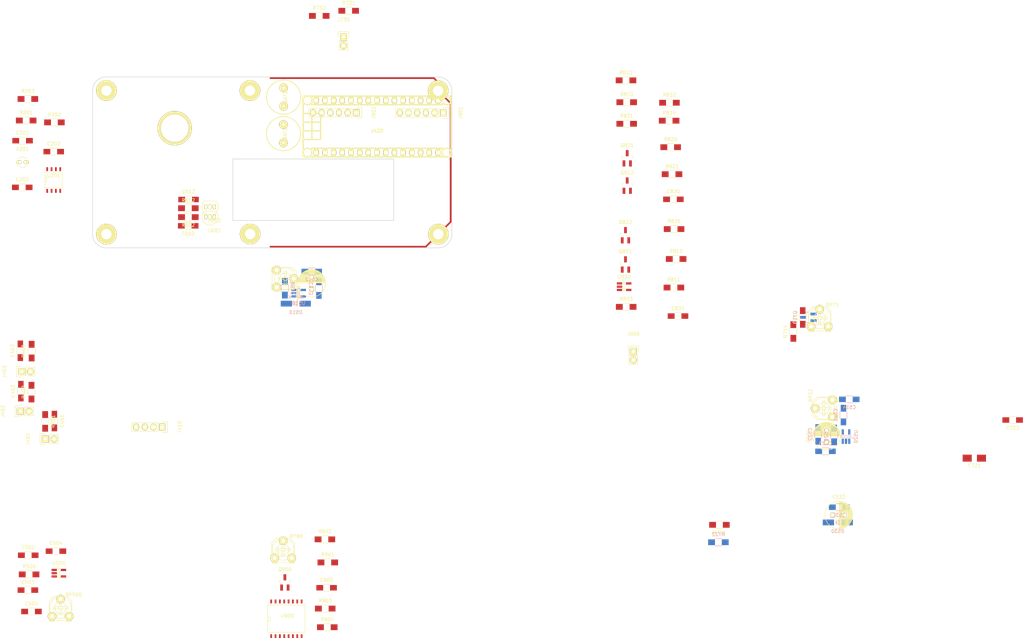
<source format=kicad_pcb>
(kicad_pcb (version 4) (host pcbnew 4.0.2-stable)
  (layers (0 F.Cu signal) (31 B.Cu signal) (34 B.Paste user) (35 F.Paste user) (36 B.SilkS user) (37 F.SilkS user) (38 B.Mask user) (39 F.Mask user) (44 Edge.Cuts user))
  (net 0 "")
  (net 1 "Net-(BAT1-Pad1)")
  (net 2 "Net-(BAT1-Pad2)")
  (net 3 GND)
  (net 4 "Net-(C201-Pad1)")
  (net 5 "Net-(C202-Pad1)")
  (net 6 V_rtc)
  (net 7 BP1)
  (net 8 BP2)
  (net 9 BP3)
  (net 10 V_sol)
  (net 11 "Net-(C503-Pad1)")
  (net 12 V_bat)
  (net 13 "Net-(C511-Pad1)")
  (net 14 "Net-(C513-Pad1)")
  (net 15 VCC)
  (net 16 "Net-(C522-Pad1)")
  (net 17 VPP)
  (net 18 quadA)
  (net 19 quadB)
  (net 20 V_ref)
  (net 21 M_imot)
  (net 22 SDA)
  (net 23 SCL)
  (net 24 alarm)
  (net 25 C_bkw)
  (net 26 C_frw)
  (net 27 charge_OFF)
  (net 28 M_bat)
  (net 29 M_sol)
  (net 30 mot_A)
  (net 31 mot_B)
  (net 32 "Net-(J901-Pad3)")
  (net 33 "Net-(J901-Pad4)")
  (net 34 "Net-(J901-Pad5)")
  (net 35 "Net-(J901-Pad6)")
  (net 36 "Net-(J902-Pad1)")
  (net 37 "Net-(J902-Pad2)")
  (net 38 "Net-(J902-Pad3)")
  (net 39 "Net-(J902-Pad4)")
  (net 40 "Net-(J902-Pad6)")
  (net 41 "Net-(Q811-Pad1)")
  (net 42 "Net-(Q811-Pad2)")
  (net 43 "Net-(Q812-Pad1)")
  (net 44 "Net-(Q821-Pad1)")
  (net 45 "Net-(Q822-Pad1)")
  (net 46 "Net-(Q900-Pad1)")
  (net 47 "Net-(R510-Pad2)")
  (net 48 VppEn)
  (net 49 "Net-(R831-Pad2)")
  (net 50 "Net-(R832-Pad2)")
  (net 51 "Net-(R833-Pad1)")
  (net 52 "Net-(R901-Pad1)")
  (net 53 "Net-(R902-Pad1)")
  (net 54 "Net-(RP71-Pad2)")
  (module gdi:3mmPTH (layer F.Cu) (at 51.45 30.8)
    (fp_text reference H1 (at 0 0.5) (layer F.SilkS))
    (fp_text value hole)
    (pad 1 thru_hole circle (at 0 0) (size 6 6) (drill 3) (layers *.Cu *.Mask F.SilkS) (net 3 GND))
  )
  (module gdi:HFC1025 (layer F.Cu) (at 103.2 43.4 90)
    (fp_text reference BAT1 (at 0 0.5 90) (layer F.SilkS))
    (fp_text value BAT)
    (pad 1 thru_hole circle (at -2.7 0 90) (size 2.5 2.5) (drill 0.8) (layers *.Cu *.Mask F.SilkS) (net 1 "Net-(BAT1-Pad1)"))
    (pad 2 thru_hole circle (at 2.7 0 90) (size 2.5 2.5) (drill 0.8) (layers *.Cu *.Mask F.SilkS) (net 2 "Net-(BAT1-Pad2)"))
  )
  (module gdi:HFC1025 (layer F.Cu) (at 103.25 32.7 90)
    (fp_text reference BAT2 (at 0 0.5 90) (layer F.SilkS))
    (fp_text value BAT)
    (pad 1 thru_hole circle (at -2.7 0 90) (size 2.5 2.5) (drill 0.8) (layers *.Cu *.Mask F.SilkS) (net 2 "Net-(BAT1-Pad2)"))
    (pad 2 thru_hole circle (at 2.7 0 90) (size 2.5 2.5) (drill 0.8) (layers *.Cu *.Mask F.SilkS) (net 3 GND))
  )
  (module Capacitors_SMD:C_1206_HandSoldering (layer F.Cu) (at 26.95 45.45)
    (fp_text reference C201 (at 0 -2.3) (layer F.SilkS))
    (fp_text value 10p)
    (pad 1 smd rect (at -2 0) (size 2 1.6) (layers F.Cu F.Paste F.Mask) (net 4 "Net-(C201-Pad1)"))
    (pad 2 smd rect (at 2 0) (size 2 1.6) (layers F.Cu F.Paste F.Mask) (net 3 GND))
  )
  (module Capacitors_SMD:C_1206_HandSoldering (layer F.Cu) (at 36.05 48.65)
    (fp_text reference C202 (at 0 -2.3) (layer F.SilkS))
    (fp_text value 10p)
    (pad 1 smd rect (at -2 0) (size 2 1.6) (layers F.Cu F.Paste F.Mask) (net 5 "Net-(C202-Pad1)"))
    (pad 2 smd rect (at 2 0) (size 2 1.6) (layers F.Cu F.Paste F.Mask) (net 3 GND))
  )
  (module Capacitors_SMD:C_1206_HandSoldering (layer F.Cu) (at 26.85 59.1)
    (fp_text reference C203 (at 0 -2.3) (layer F.SilkS))
    (fp_text value 10n)
    (pad 1 smd rect (at -2 0) (size 2 1.6) (layers F.Cu F.Paste F.Mask) (net 6 V_rtc))
    (pad 2 smd rect (at 2 0) (size 2 1.6) (layers F.Cu F.Paste F.Mask) (net 3 GND))
  )
  (module Capacitors_SMD:C_1206_HandSoldering (layer F.Cu) (at 36.25 127.45 270)
    (fp_text reference C401 (at 0 -2.3 270) (layer F.SilkS))
    (fp_text value 10n)
    (pad 1 smd rect (at -2 0 270) (size 2 1.6) (layers F.Cu F.Paste F.Mask) (net 7 BP1))
    (pad 2 smd rect (at 2 0 270) (size 2 1.6) (layers F.Cu F.Paste F.Mask) (net 3 GND))
  )
  (module Capacitors_SMD:C_1206_HandSoldering (layer F.Cu) (at 26.45 118.7 90)
    (fp_text reference C402 (at 0 -2.3 90) (layer F.SilkS))
    (fp_text value 10n)
    (pad 1 smd rect (at -2 0 90) (size 2 1.6) (layers F.Cu F.Paste F.Mask) (net 8 BP2))
    (pad 2 smd rect (at 2 0 90) (size 2 1.6) (layers F.Cu F.Paste F.Mask) (net 3 GND))
  )
  (module Capacitors_SMD:C_1206_HandSoldering (layer F.Cu) (at 26.3 106.9 90)
    (fp_text reference C403 (at 0 -2.3 90) (layer F.SilkS))
    (fp_text value 10n)
    (pad 1 smd rect (at -2 0 90) (size 2 1.6) (layers F.Cu F.Paste F.Mask) (net 9 BP3))
    (pad 2 smd rect (at 2 0 90) (size 2 1.6) (layers F.Cu F.Paste F.Mask) (net 3 GND))
  )
  (module Capacitors_SMD:C_1206_HandSoldering (layer F.Cu) (at 28.6 166.7)
    (fp_text reference C501 (at 0 -2.3) (layer F.SilkS))
    (fp_text value 10uF)
    (pad 1 smd rect (at -2 0) (size 2 1.6) (layers F.Cu F.Paste F.Mask) (net 10 V_sol))
    (pad 2 smd rect (at 2 0) (size 2 1.6) (layers F.Cu F.Paste F.Mask) (net 3 GND))
  )
  (module Capacitors_SMD:C_1206_HandSoldering (layer F.Cu) (at 29.55 183.15)
    (fp_text reference C502 (at 0 -2.3) (layer F.SilkS))
    (fp_text value 10n)
    (pad 1 smd rect (at -2 0) (size 2 1.6) (layers F.Cu F.Paste F.Mask) (net 10 V_sol))
    (pad 2 smd rect (at 2 0) (size 2 1.6) (layers F.Cu F.Paste F.Mask) (net 3 GND))
  )
  (module Capacitors_SMD:C_1206_HandSoldering (layer F.Cu) (at 28.5 176.9)
    (fp_text reference C503 (at 0 -2.3) (layer F.SilkS))
    (fp_text value 10n)
    (pad 1 smd rect (at -2 0) (size 2 1.6) (layers F.Cu F.Paste F.Mask) (net 11 "Net-(C503-Pad1)"))
    (pad 2 smd rect (at 2 0) (size 2 1.6) (layers F.Cu F.Paste F.Mask) (net 3 GND))
  )
  (module Capacitors_SMD:C_1206_HandSoldering (layer F.Cu) (at 36.7 165.5)
    (fp_text reference C504 (at 0 -2.3) (layer F.SilkS))
    (fp_text value 10uF)
    (pad 1 smd rect (at -2 0) (size 2 1.6) (layers F.Cu F.Paste F.Mask) (net 12 V_bat))
    (pad 2 smd rect (at 2 0) (size 2 1.6) (layers F.Cu F.Paste F.Mask) (net 3 GND))
  )
  (module Capacitors_ThroughHole:C_Radial_D8_L11.5_P3.5 (layer F.Cu) (at 111.45 88.9 90)
    (fp_text reference C511 (at 1.75 -5.3 90) (layer F.SilkS))
    (fp_text value 470uF)
    (pad 2 thru_hole circle (at 3.5 0 90) (size 1.3 1.3) (drill 0.8) (layers *.Cu *.Mask F.SilkS) (net 3 GND))
    (pad 1 thru_hole rect (at 0 0 90) (size 1.3 1.3) (drill 0.8) (layers *.Cu *.Mask F.SilkS) (net 13 "Net-(C511-Pad1)"))
  )
  (module Capacitors_SMD:C_1206_HandSoldering (layer B.Cu) (at 111.45 83.7)
    (fp_text reference C512 (at 0 2.3) (layer B.SilkS) (effects (justify mirror)))
    (fp_text value 10uF)
    (pad 1 smd rect (at -2 0) (size 2 1.6) (layers B.Cu B.Paste B.Mask) (net 13 "Net-(C511-Pad1)"))
    (pad 2 smd rect (at 2 0) (size 2 1.6) (layers B.Cu B.Paste B.Mask) (net 3 GND))
  )
  (module Capacitors_SMD:C_1206_HandSoldering (layer B.Cu) (at 113.55 88.7 270)
    (fp_text reference C513 (at 0 2.3 270) (layer B.SilkS) (effects (justify mirror)))
    (fp_text value 10n)
    (pad 1 smd rect (at -2 0 270) (size 2 1.6) (layers B.Cu B.Paste B.Mask) (net 14 "Net-(C513-Pad1)"))
    (pad 2 smd rect (at 2 0 270) (size 2 1.6) (layers B.Cu B.Paste B.Mask) (net 3 GND))
  )
  (module Capacitors_SMD:C_1206_HandSoldering (layer B.Cu) (at 268.55 121.1)
    (fp_text reference C514 (at 0 2.3) (layer B.SilkS) (effects (justify mirror)))
    (fp_text value 10uF)
    (pad 1 smd rect (at -2 0) (size 2 1.6) (layers B.Cu B.Paste B.Mask) (net 15 VCC))
    (pad 2 smd rect (at 2 0) (size 2 1.6) (layers B.Cu B.Paste B.Mask) (net 3 GND))
  )
  (module Capacitors_SMD:C_1206_HandSoldering (layer B.Cu) (at 266.85 125.7 270)
    (fp_text reference C521 (at 0 2.3 270) (layer B.SilkS) (effects (justify mirror)))
    (fp_text value 10uF)
    (pad 1 smd rect (at -2 0 270) (size 2 1.6) (layers B.Cu B.Paste B.Mask) (net 12 V_bat))
    (pad 2 smd rect (at 2 0 270) (size 2 1.6) (layers B.Cu B.Paste B.Mask) (net 3 GND))
  )
  (module Capacitors_SMD:C_1206_HandSoldering (layer B.Cu) (at 259.45 131.35 270)
    (fp_text reference C522 (at 0 2.3 270) (layer B.SilkS) (effects (justify mirror)))
    (fp_text value 10n)
    (pad 1 smd rect (at -2 0 270) (size 2 1.6) (layers B.Cu B.Paste B.Mask) (net 16 "Net-(C522-Pad1)"))
    (pad 2 smd rect (at 2 0 270) (size 2 1.6) (layers B.Cu B.Paste B.Mask) (net 3 GND))
  )
  (module Capacitors_SMD:C_1206_HandSoldering (layer B.Cu) (at 261.6 136.3 180)
    (fp_text reference C523 (at 0 2.3 180) (layer B.SilkS) (effects (justify mirror)))
    (fp_text value 10uF)
    (pad 1 smd rect (at -2 0 180) (size 2 1.6) (layers B.Cu B.Paste B.Mask) (net 17 VPP))
    (pad 2 smd rect (at 2 0 180) (size 2 1.6) (layers B.Cu B.Paste B.Mask) (net 3 GND))
  )
  (module Capacitors_ThroughHole:C_Radial_D8_L11.5_P3.5 (layer F.Cu) (at 261.925 133.625 90)
    (fp_text reference C524 (at 1.75 -5.3 90) (layer F.SilkS))
    (fp_text value 470uF)
    (pad 2 thru_hole circle (at 3.5 0 90) (size 1.3 1.3) (drill 0.8) (layers *.Cu *.Mask F.SilkS) (net 3 GND))
    (pad 1 thru_hole rect (at 0 0 90) (size 1.3 1.3) (drill 0.8) (layers *.Cu *.Mask F.SilkS) (net 17 VPP))
  )
  (module Capacitors_SMD:C_1206_HandSoldering (layer B.Cu) (at 265.6 152.65)
    (fp_text reference C531 (at 0 2.3) (layer B.SilkS) (effects (justify mirror)))
    (fp_text value 10uF)
    (pad 1 smd rect (at -2 0) (size 2 1.6) (layers B.Cu B.Paste B.Mask) (net 6 V_rtc))
    (pad 2 smd rect (at 2 0) (size 2 1.6) (layers B.Cu B.Paste B.Mask) (net 3 GND))
  )
  (module Capacitors_ThroughHole:C_Radial_D8_L11.5_P3.5 (layer F.Cu) (at 263.75 154.95)
    (fp_text reference C532 (at 1.75 -5.3) (layer F.SilkS))
    (fp_text value 470uF)
    (pad 2 thru_hole circle (at 3.5 0) (size 1.3 1.3) (drill 0.8) (layers *.Cu *.Mask F.SilkS) (net 3 GND))
    (pad 1 thru_hole rect (at 0 0) (size 1.3 1.3) (drill 0.8) (layers *.Cu *.Mask F.SilkS) (net 6 V_rtc))
  )
  (module Capacitors_SMD:C_1206_HandSoldering (layer F.Cu) (at 75.35 70.35 180)
    (fp_text reference C602 (at 0 -2.3 180) (layer F.SilkS))
    (fp_text value 100nF)
    (pad 1 smd rect (at -2 0 180) (size 2 1.6) (layers F.Cu F.Paste F.Mask) (net 18 quadA))
    (pad 2 smd rect (at 2 0 180) (size 2 1.6) (layers F.Cu F.Paste F.Mask) (net 3 GND))
  )
  (module Capacitors_SMD:C_1206_HandSoldering (layer F.Cu) (at 75.45 62.65)
    (fp_text reference C612 (at 0 -2.3) (layer F.SilkS))
    (fp_text value 100nF)
    (pad 1 smd rect (at -2 0) (size 2 1.6) (layers F.Cu F.Paste F.Mask) (net 3 GND))
    (pad 2 smd rect (at 2 0) (size 2 1.6) (layers F.Cu F.Paste F.Mask) (net 19 quadB))
  )
  (module Capacitors_SMD:C_1206_HandSoldering (layer F.Cu) (at 254.95 97.15 90)
    (fp_text reference C710 (at 0 -2.3 90) (layer F.SilkS))
    (fp_text value 10n)
    (pad 1 smd rect (at -2 0 90) (size 2 1.6) (layers F.Cu F.Paste F.Mask) (net 20 V_ref))
    (pad 2 smd rect (at 2 0 90) (size 2 1.6) (layers F.Cu F.Paste F.Mask) (net 3 GND))
  )
  (module Capacitors_SMD:C_1206_HandSoldering (layer F.Cu) (at 316.3 127.15 180)
    (fp_text reference C722 (at 0 -2.3 180) (layer F.SilkS))
    (fp_text value 10uF)
    (pad 1 smd rect (at -2 0 180) (size 2 1.6) (layers F.Cu F.Paste F.Mask) (net 12 V_bat))
    (pad 2 smd rect (at 2 0 180) (size 2 1.6) (layers F.Cu F.Paste F.Mask) (net 3 GND))
  )
  (module Capacitors_SMD:C_1206_HandSoldering (layer F.Cu) (at 217.15 62.6)
    (fp_text reference C830 (at 0 -2.3) (layer F.SilkS))
    (fp_text value 100n)
    (pad 1 smd rect (at -2 0) (size 2 1.6) (layers F.Cu F.Paste F.Mask) (net 17 VPP))
    (pad 2 smd rect (at 2 0) (size 2 1.6) (layers F.Cu F.Paste F.Mask) (net 3 GND))
  )
  (module Capacitors_SMD:C_1206_HandSoldering (layer F.Cu) (at 218.5 96.75)
    (fp_text reference C831 (at 0 -2.3) (layer F.SilkS))
    (fp_text value 100n)
    (pad 1 smd rect (at -2 0) (size 2 1.6) (layers F.Cu F.Paste F.Mask) (net 21 M_imot))
    (pad 2 smd rect (at 2 0) (size 2 1.6) (layers F.Cu F.Paste F.Mask) (net 3 GND))
  )
  (module Capacitors_SMD:C_1206_HandSoldering (layer F.Cu) (at 115.8 176.2)
    (fp_text reference C900 (at 0 -2.3) (layer F.SilkS))
    (fp_text value 100nF)
    (pad 1 smd rect (at -2 0) (size 2 1.6) (layers F.Cu F.Paste F.Mask) (net 15 VCC))
    (pad 2 smd rect (at 2 0) (size 2 1.6) (layers F.Cu F.Paste F.Mask) (net 3 GND))
  )
  (module Diodes_SMD:MiniMELF_Handsoldering (layer B.Cu) (at 106.8 93.1)
    (fp_text reference D510 (at 0 2.54) (layer B.SilkS) (effects (justify mirror)))
    (fp_text value SCHOTTKY)
    (fp_text user K (at -1.8 -1.85) (layer B.SilkS) (effects (justify mirror)))
    (fp_text user A (at 1.8 -1.85) (layer B.SilkS) (effects (justify mirror)))
    (pad 1 smd rect (at -2.75082 0) (size 3.29946 1.69926) (layers B.Cu B.Paste B.Mask) (net 12 V_bat))
    (pad 2 smd rect (at 2.75082 0) (size 3.29946 1.69926) (layers B.Cu B.Paste B.Mask) (net 13 "Net-(C511-Pad1)"))
  )
  (module Diodes_SMD:MiniMELF_Handsoldering (layer B.Cu) (at 265.2 157.1)
    (fp_text reference D530 (at 0 2.54) (layer B.SilkS) (effects (justify mirror)))
    (fp_text value SCHOTTKY)
    (fp_text user K (at -1.8 -1.85) (layer B.SilkS) (effects (justify mirror)))
    (fp_text user A (at 1.8 -1.85) (layer B.SilkS) (effects (justify mirror)))
    (pad 1 smd rect (at -2.75082 0) (size 3.29946 1.69926) (layers B.Cu B.Paste B.Mask) (net 12 V_bat))
    (pad 2 smd rect (at 2.75082 0) (size 3.29946 1.69926) (layers B.Cu B.Paste B.Mask) (net 6 V_rtc))
  )
  (module Fuse_Holders_and_Fuses:Fuse_SMD1206_HandSoldering (layer F.Cu) (at 305.1 138.3 180)
    (fp_text reference F721 (at -0.0508 -2.19964 180) (layer F.SilkS))
    (fp_text value 5A)
    (pad 1 smd rect (at -2.08534 0 270) (size 2.02946 2.65176) (layers F.Cu F.Paste F.Mask) (net 1 "Net-(BAT1-Pad1)"))
    (pad 2 smd rect (at 2.08534 0 270) (size 2.02946 2.65176) (layers F.Cu F.Paste F.Mask) (net 12 V_bat))
  )
  (module gdi:MF85 (layer F.Cu) (at 71.4 41.8)
    (fp_text reference H7 (at 0 0.5) (layer F.SilkS))
    (fp_text value hole)
    (pad 1 thru_hole circle (at 0 0) (size 10 10) (drill 8) (layers *.Cu *.Mask F.SilkS) (net 3 GND))
  )
  (module Pin_Headers:Pin_Header_Straight_1x02 (layer F.Cu) (at 33.6 132.7 90)
    (fp_text reference J401 (at 0 -5.1 90) (layer F.SilkS))
    (fp_text value HEADER_2)
    (pad 1 thru_hole rect (at 0 0 90) (size 2.032 2.032) (drill 1.016) (layers *.Cu *.Mask F.SilkS) (net 7 BP1))
    (pad 2 thru_hole oval (at 0 2.54 90) (size 2.032 2.032) (drill 1.016) (layers *.Cu *.Mask F.SilkS) (net 3 GND))
  )
  (module Pin_Headers:Pin_Header_Straight_1x02 (layer F.Cu) (at 26.3 124.6 90)
    (fp_text reference J402 (at 0 -5.1 90) (layer F.SilkS))
    (fp_text value HEADER_2)
    (pad 1 thru_hole rect (at 0 0 90) (size 2.032 2.032) (drill 1.016) (layers *.Cu *.Mask F.SilkS) (net 8 BP2))
    (pad 2 thru_hole oval (at 0 2.54 90) (size 2.032 2.032) (drill 1.016) (layers *.Cu *.Mask F.SilkS) (net 3 GND))
  )
  (module Pin_Headers:Pin_Header_Straight_1x02 (layer F.Cu) (at 26.75 113 90)
    (fp_text reference J403 (at 0 -5.1 90) (layer F.SilkS))
    (fp_text value HEADER_2)
    (pad 1 thru_hole rect (at 0 0 90) (size 2.032 2.032) (drill 1.016) (layers *.Cu *.Mask F.SilkS) (net 9 BP3))
    (pad 2 thru_hole oval (at 0 2.54 90) (size 2.032 2.032) (drill 1.016) (layers *.Cu *.Mask F.SilkS) (net 3 GND))
  )
  (module Pin_Headers:Pin_Header_Straight_1x04 (layer F.Cu) (at 67.75 129.2 270)
    (fp_text reference J410 (at 0 -5.1 270) (layer F.SilkS))
    (fp_text value HEADER_4)
    (pad 1 thru_hole rect (at 0 0 270) (size 2.032 1.7272) (drill 1.016) (layers *.Cu *.Mask F.SilkS) (net 3 GND))
    (pad 2 thru_hole oval (at 0 2.54 270) (size 2.032 1.7272) (drill 1.016) (layers *.Cu *.Mask F.SilkS) (net 22 SDA))
    (pad 3 thru_hole oval (at 0 5.08 270) (size 2.032 1.7272) (drill 1.016) (layers *.Cu *.Mask F.SilkS) (net 23 SCL))
    (pad 4 thru_hole oval (at 0 7.62 270) (size 2.032 1.7272) (drill 1.016) (layers *.Cu *.Mask F.SilkS) (net 15 VCC))
  )
  (module Pin_Headers:Pin_Header_Straight_1x02 (layer F.Cu) (at 120.75 15.15)
    (fp_text reference J730 (at 0 -5.1) (layer F.SilkS))
    (fp_text value HEADER_2)
    (pad 1 thru_hole rect (at 0 0) (size 2.032 2.032) (drill 1.016) (layers *.Cu *.Mask F.SilkS) (net 10 V_sol))
    (pad 2 thru_hole oval (at 0 2.54) (size 2.032 2.032) (drill 1.016) (layers *.Cu *.Mask F.SilkS) (net 3 GND))
  )
  (module Pin_Headers:Pin_Header_Straight_1x02 (layer F.Cu) (at 205.45 107.05)
    (fp_text reference J800 (at 0 -5.1) (layer F.SilkS))
    (fp_text value HEADER_2)
    (pad 1 thru_hole rect (at 0 0) (size 2.032 2.032) (drill 1.016) (layers *.Cu *.Mask F.SilkS) (net 30 mot_A))
    (pad 2 thru_hole oval (at 0 2.54) (size 2.032 2.032) (drill 1.016) (layers *.Cu *.Mask F.SilkS) (net 31 mot_B))
  )
  (module Pin_Headers:Pin_Header_Straight_1x06 (layer F.Cu) (at 149.9 37.3 270)
    (fp_text reference J901 (at 0 -5.1 270) (layer F.SilkS))
    (fp_text value HEADER_6)
    (pad 1 thru_hole rect (at 0 0 270) (size 2.032 1.7272) (drill 1.016) (layers *.Cu *.Mask F.SilkS) (net 3 GND))
    (pad 2 thru_hole oval (at 0 2.54 270) (size 2.032 1.7272) (drill 1.016) (layers *.Cu *.Mask F.SilkS) (net 15 VCC))
    (pad 3 thru_hole oval (at 0 5.08 270) (size 2.032 1.7272) (drill 1.016) (layers *.Cu *.Mask F.SilkS) (net 32 "Net-(J901-Pad3)"))
    (pad 4 thru_hole oval (at 0 7.62 270) (size 2.032 1.7272) (drill 1.016) (layers *.Cu *.Mask F.SilkS) (net 33 "Net-(J901-Pad4)"))
    (pad 5 thru_hole oval (at 0 10.16 270) (size 2.032 1.7272) (drill 1.016) (layers *.Cu *.Mask F.SilkS) (net 34 "Net-(J901-Pad5)"))
    (pad 6 thru_hole oval (at 0 12.7 270) (size 2.032 1.7272) (drill 1.016) (layers *.Cu *.Mask F.SilkS) (net 35 "Net-(J901-Pad6)"))
  )
  (module Pin_Headers:Pin_Header_Straight_1x06 (layer F.Cu) (at 124.5 37.25 270)
    (fp_text reference J902 (at 0 -5.1 270) (layer F.SilkS))
    (fp_text value HEADER_6)
    (pad 1 thru_hole rect (at 0 0 270) (size 2.032 1.7272) (drill 1.016) (layers *.Cu *.Mask F.SilkS) (net 36 "Net-(J902-Pad1)"))
    (pad 2 thru_hole oval (at 0 2.54 270) (size 2.032 1.7272) (drill 1.016) (layers *.Cu *.Mask F.SilkS) (net 37 "Net-(J902-Pad2)"))
    (pad 3 thru_hole oval (at 0 5.08 270) (size 2.032 1.7272) (drill 1.016) (layers *.Cu *.Mask F.SilkS) (net 38 "Net-(J902-Pad3)"))
    (pad 4 thru_hole oval (at 0 7.62 270) (size 2.032 1.7272) (drill 1.016) (layers *.Cu *.Mask F.SilkS) (net 39 "Net-(J902-Pad4)"))
    (pad 5 thru_hole oval (at 0 10.16 270) (size 2.032 1.7272) (drill 1.016) (layers *.Cu *.Mask F.SilkS) (net 15 VCC))
    (pad 6 thru_hole oval (at 0 12.7 270) (size 2.032 1.7272) (drill 1.016) (layers *.Cu *.Mask F.SilkS) (net 40 "Net-(J902-Pad6)"))
  )
  (module TO_SOT_Packages_SMD:SOT-23_Handsoldering (layer F.Cu) (at 203.15 81.65)
    (fp_text reference Q811 (at 0 -3.81) (layer F.SilkS))
    (fp_text value PBSS4320)
    (pad 1 smd rect (at -0.95 1.50114) (size 0.8001 1.80086) (layers F.Cu F.Paste F.Mask) (net 41 "Net-(Q811-Pad1)"))
    (pad 2 smd rect (at 0.95 1.50114) (size 0.8001 1.80086) (layers F.Cu F.Paste F.Mask) (net 42 "Net-(Q811-Pad2)"))
    (pad 3 smd rect (at 0 -1.50114) (size 0.8001 1.80086) (layers F.Cu F.Paste F.Mask) (net 31 mot_B))
  )
  (module TO_SOT_Packages_SMD:SOT-23_Handsoldering (layer F.Cu) (at 203.65 58.6)
    (fp_text reference Q812 (at 0 -3.81) (layer F.SilkS))
    (fp_text value PBSS5350)
    (pad 1 smd rect (at -0.95 1.50114) (size 0.8001 1.80086) (layers F.Cu F.Paste F.Mask) (net 43 "Net-(Q812-Pad1)"))
    (pad 2 smd rect (at 0.95 1.50114) (size 0.8001 1.80086) (layers F.Cu F.Paste F.Mask) (net 17 VPP))
    (pad 3 smd rect (at 0 -1.50114) (size 0.8001 1.80086) (layers F.Cu F.Paste F.Mask) (net 31 mot_B))
  )
  (module TO_SOT_Packages_SMD:SOT-23_Handsoldering (layer F.Cu) (at 203.65 50.6)
    (fp_text reference Q821 (at 0 -3.81) (layer F.SilkS))
    (fp_text value PBSS4320)
    (pad 1 smd rect (at -0.95 1.50114) (size 0.8001 1.80086) (layers F.Cu F.Paste F.Mask) (net 44 "Net-(Q821-Pad1)"))
    (pad 2 smd rect (at 0.95 1.50114) (size 0.8001 1.80086) (layers F.Cu F.Paste F.Mask) (net 42 "Net-(Q811-Pad2)"))
    (pad 3 smd rect (at 0 -1.50114) (size 0.8001 1.80086) (layers F.Cu F.Paste F.Mask) (net 30 mot_A))
  )
  (module TO_SOT_Packages_SMD:SOT-23_Handsoldering (layer F.Cu) (at 203.15 73.1)
    (fp_text reference Q822 (at 0 -3.81) (layer F.SilkS))
    (fp_text value PBSS5350)
    (pad 1 smd rect (at -0.95 1.50114) (size 0.8001 1.80086) (layers F.Cu F.Paste F.Mask) (net 45 "Net-(Q822-Pad1)"))
    (pad 2 smd rect (at 0.95 1.50114) (size 0.8001 1.80086) (layers F.Cu F.Paste F.Mask) (net 17 VPP))
    (pad 3 smd rect (at 0 -1.50114) (size 0.8001 1.80086) (layers F.Cu F.Paste F.Mask) (net 30 mot_A))
  )
  (module TO_SOT_Packages_SMD:SOT-23_Handsoldering (layer F.Cu) (at 103.6 174.65)
    (fp_text reference Q900 (at 0 -3.81) (layer F.SilkS))
    (fp_text value PBSS4320)
    (pad 1 smd rect (at -0.95 1.50114) (size 0.8001 1.80086) (layers F.Cu F.Paste F.Mask) (net 46 "Net-(Q900-Pad1)"))
    (pad 2 smd rect (at 0.95 1.50114) (size 0.8001 1.80086) (layers F.Cu F.Paste F.Mask) (net 3 GND))
    (pad 3 smd rect (at 0 -1.50114) (size 0.8001 1.80086) (layers F.Cu F.Paste F.Mask) (net 40 "Net-(J902-Pad6)"))
  )
  (module Resistors_SMD:R_1206_HandSoldering (layer F.Cu) (at 28 39.55)
    (fp_text reference R201 (at 0 -2.3) (layer F.SilkS))
    (fp_text value 10k)
    (pad 1 smd rect (at -2 0) (size 2 1.7) (layers F.Cu F.Paste F.Mask) (net 6 V_rtc))
    (pad 2 smd rect (at 2 0) (size 2 1.7) (layers F.Cu F.Paste F.Mask) (net 24 alarm))
  )
  (module Resistors_SMD:R_1206_HandSoldering (layer F.Cu) (at 36.25 40.1)
    (fp_text reference R202 (at 0 -2.3) (layer F.SilkS))
    (fp_text value 2.2k)
    (pad 1 smd rect (at -2 0) (size 2 1.7) (layers F.Cu F.Paste F.Mask) (net 6 V_rtc))
    (pad 2 smd rect (at 2 0) (size 2 1.7) (layers F.Cu F.Paste F.Mask) (net 23 SCL))
  )
  (module Resistors_SMD:R_1206_HandSoldering (layer F.Cu) (at 28.5 33.25)
    (fp_text reference R203 (at 0 -2.3) (layer F.SilkS))
    (fp_text value 2.2k)
    (pad 1 smd rect (at -2 0) (size 2 1.7) (layers F.Cu F.Paste F.Mask) (net 6 V_rtc))
    (pad 2 smd rect (at 2 0) (size 2 1.7) (layers F.Cu F.Paste F.Mask) (net 22 SDA))
  )
  (module Resistors_SMD:R_1206_HandSoldering (layer F.Cu) (at 33.55 127.55 270)
    (fp_text reference R401 (at 0 -2.3 270) (layer F.SilkS))
    (fp_text value 10k)
    (pad 1 smd rect (at -2 0 270) (size 2 1.7) (layers F.Cu F.Paste F.Mask) (net 15 VCC))
    (pad 2 smd rect (at 2 0 270) (size 2 1.7) (layers F.Cu F.Paste F.Mask) (net 7 BP1))
  )
  (module Resistors_SMD:R_1206_HandSoldering (layer F.Cu) (at 29.55 119 90)
    (fp_text reference R402 (at 0 -2.3 90) (layer F.SilkS))
    (fp_text value 10k)
    (pad 1 smd rect (at -2 0 90) (size 2 1.7) (layers F.Cu F.Paste F.Mask) (net 15 VCC))
    (pad 2 smd rect (at 2 0 90) (size 2 1.7) (layers F.Cu F.Paste F.Mask) (net 8 BP2))
  )
  (module Resistors_SMD:R_1206_HandSoldering (layer F.Cu) (at 29.6 107 90)
    (fp_text reference R403 (at 0 -2.3 90) (layer F.SilkS))
    (fp_text value 10k)
    (pad 1 smd rect (at -2 0 90) (size 2 1.7) (layers F.Cu F.Paste F.Mask) (net 15 VCC))
    (pad 2 smd rect (at 2 0 90) (size 2 1.7) (layers F.Cu F.Paste F.Mask) (net 9 BP3))
  )
  (module Resistors_SMD:R_1206_HandSoldering (layer F.Cu) (at 28.85 172.3)
    (fp_text reference R500 (at 0 -2.3) (layer F.SilkS))
    (fp_text value 10k)
    (pad 1 smd rect (at -2 0) (size 2 1.7) (layers F.Cu F.Paste F.Mask) (net 10 V_sol))
    (pad 2 smd rect (at 2 0) (size 2 1.7) (layers F.Cu F.Paste F.Mask) (net 27 charge_OFF))
  )
  (module Resistors_SMD:R_1206_HandSoldering (layer B.Cu) (at 103.6 88.6 90)
    (fp_text reference R510 (at 0 2.3 90) (layer B.SilkS) (effects (justify mirror)))
    (fp_text value 10k)
    (pad 1 smd rect (at -2 0 90) (size 2 1.7) (layers B.Cu B.Paste B.Mask) (net 15 VCC))
    (pad 2 smd rect (at 2 0 90) (size 2 1.7) (layers B.Cu B.Paste B.Mask) (net 47 "Net-(R510-Pad2)"))
  )
  (module Resistors_SMD:R_1206_HandSoldering (layer B.Cu) (at 264.125 131.525 270)
    (fp_text reference R520 (at 0 2.3 270) (layer B.SilkS) (effects (justify mirror)))
    (fp_text value 10k)
    (pad 1 smd rect (at -2 0 270) (size 2 1.7) (layers B.Cu B.Paste B.Mask) (net 3 GND))
    (pad 2 smd rect (at 2 0 270) (size 2 1.7) (layers B.Cu B.Paste B.Mask) (net 48 VppEn))
  )
  (module Resistors_SMD:R_1206_HandSoldering (layer F.Cu) (at 75.4 67.8 180)
    (fp_text reference R602 (at 0 -2.3 180) (layer F.SilkS))
    (fp_text value 4k7)
    (pad 1 smd rect (at -2 0 180) (size 2 1.7) (layers F.Cu F.Paste F.Mask) (net 18 quadA))
    (pad 2 smd rect (at 2 0 180) (size 2 1.7) (layers F.Cu F.Paste F.Mask) (net 15 VCC))
  )
  (module Resistors_SMD:R_1206_HandSoldering (layer F.Cu) (at 75.4 65.2)
    (fp_text reference R612 (at 0 -2.3) (layer F.SilkS))
    (fp_text value 4k7)
    (pad 1 smd rect (at -2 0) (size 2 1.7) (layers F.Cu F.Paste F.Mask) (net 15 VCC))
    (pad 2 smd rect (at 2 0) (size 2 1.7) (layers F.Cu F.Paste F.Mask) (net 19 quadB))
  )
  (module Resistors_SMD:R_1206_HandSoldering (layer F.Cu) (at 252.2 101.25 90)
    (fp_text reference R714 (at 0 -2.3 90) (layer F.SilkS))
    (fp_text value 10k)
    (pad 1 smd rect (at -2 0 90) (size 2 1.7) (layers F.Cu F.Paste F.Mask) (net 17 VPP))
    (pad 2 smd rect (at 2 0 90) (size 2 1.7) (layers F.Cu F.Paste F.Mask) (net 20 V_ref))
  )
  (module Resistors_SMD:R_1206_HandSoldering (layer F.Cu) (at 230.6 157.8 180)
    (fp_text reference R721 (at 0 -2.3 180) (layer F.SilkS))
    (fp_text value 10k)
    (pad 1 smd rect (at -2 0 180) (size 2 1.7) (layers F.Cu F.Paste F.Mask) (net 3 GND))
    (pad 2 smd rect (at 2 0 180) (size 2 1.7) (layers F.Cu F.Paste F.Mask) (net 28 M_bat))
  )
  (module Resistors_SMD:R_1206_HandSoldering (layer B.Cu) (at 230.3 162.9 180)
    (fp_text reference R722 (at 0 2.3 180) (layer B.SilkS) (effects (justify mirror)))
    (fp_text value 10k)
    (pad 1 smd rect (at -2 0 180) (size 2 1.7) (layers B.Cu B.Paste B.Mask) (net 12 V_bat))
    (pad 2 smd rect (at 2 0 180) (size 2 1.7) (layers B.Cu B.Paste B.Mask) (net 28 M_bat))
  )
  (module Resistors_SMD:R_1206_HandSoldering (layer F.Cu) (at 122.25 7.45)
    (fp_text reference R731 (at 0 -2.3) (layer F.SilkS))
    (fp_text value 10k)
    (pad 1 smd rect (at -2 0) (size 2 1.7) (layers F.Cu F.Paste F.Mask) (net 29 M_sol))
    (pad 2 smd rect (at 2 0) (size 2 1.7) (layers F.Cu F.Paste F.Mask) (net 10 V_sol))
  )
  (module Resistors_SMD:R_1206_HandSoldering (layer F.Cu) (at 113.65 8.95)
    (fp_text reference R732 (at 0 -2.3) (layer F.SilkS))
    (fp_text value 10k)
    (pad 1 smd rect (at -2 0) (size 2 1.7) (layers F.Cu F.Paste F.Mask) (net 29 M_sol))
    (pad 2 smd rect (at 2 0) (size 2 1.7) (layers F.Cu F.Paste F.Mask) (net 3 GND))
  )
  (module Resistors_SMD:R_1206_HandSoldering (layer F.Cu) (at 203.5 34.2)
    (fp_text reference R810 (at 0 -2.3) (layer F.SilkS))
    (fp_text value 3k3)
    (pad 1 smd rect (at -2 0) (size 2 1.7) (layers F.Cu F.Paste F.Mask) (net 42 "Net-(Q811-Pad2)"))
    (pad 2 smd rect (at 2 0) (size 2 1.7) (layers F.Cu F.Paste F.Mask) (net 41 "Net-(Q811-Pad1)"))
  )
  (module Resistors_SMD:R_1206_HandSoldering (layer F.Cu) (at 217.3 88.4)
    (fp_text reference R811 (at 0 -2.3) (layer F.SilkS))
    (fp_text value 330)
    (pad 1 smd rect (at -2 0) (size 2 1.7) (layers F.Cu F.Paste F.Mask) (net 41 "Net-(Q811-Pad1)"))
    (pad 2 smd rect (at 2 0) (size 2 1.7) (layers F.Cu F.Paste F.Mask) (net 26 C_frw))
  )
  (module Resistors_SMD:R_1206_HandSoldering (layer F.Cu) (at 217.95 80.05)
    (fp_text reference R812 (at 0 -2.3) (layer F.SilkS))
    (fp_text value 330)
    (pad 1 smd rect (at -2 0) (size 2 1.7) (layers F.Cu F.Paste F.Mask) (net 30 mot_A))
    (pad 2 smd rect (at 2 0) (size 2 1.7) (layers F.Cu F.Paste F.Mask) (net 43 "Net-(Q812-Pad1)"))
  )
  (module Resistors_SMD:R_1206_HandSoldering (layer F.Cu) (at 216.35 47.35)
    (fp_text reference R820 (at 0 -2.3) (layer F.SilkS))
    (fp_text value 3k3)
    (pad 1 smd rect (at -2 0) (size 2 1.7) (layers F.Cu F.Paste F.Mask) (net 42 "Net-(Q811-Pad2)"))
    (pad 2 smd rect (at 2 0) (size 2 1.7) (layers F.Cu F.Paste F.Mask) (net 44 "Net-(Q821-Pad1)"))
  )
  (module Resistors_SMD:R_1206_HandSoldering (layer F.Cu) (at 216.75 55.25)
    (fp_text reference R821 (at 0 -2.3) (layer F.SilkS))
    (fp_text value 330)
    (pad 1 smd rect (at -2 0) (size 2 1.7) (layers F.Cu F.Paste F.Mask) (net 25 C_bkw))
    (pad 2 smd rect (at 2 0) (size 2 1.7) (layers F.Cu F.Paste F.Mask) (net 44 "Net-(Q821-Pad1)"))
  )
  (module Resistors_SMD:R_1206_HandSoldering (layer F.Cu) (at 203.3 27.8)
    (fp_text reference R822 (at 0 -2.3) (layer F.SilkS))
    (fp_text value 330)
    (pad 1 smd rect (at -2 0) (size 2 1.7) (layers F.Cu F.Paste F.Mask) (net 31 mot_B))
    (pad 2 smd rect (at 2 0) (size 2 1.7) (layers F.Cu F.Paste F.Mask) (net 45 "Net-(Q822-Pad1)"))
  )
  (module Resistors_SMD:R_1206_HandSoldering (layer F.Cu) (at 203.5 40.5)
    (fp_text reference R831 (at 0 -2.3) (layer F.SilkS))
    (fp_text value 1k)
    (pad 1 smd rect (at -2 0) (size 2 1.7) (layers F.Cu F.Paste F.Mask) (net 21 M_imot))
    (pad 2 smd rect (at 2 0) (size 2 1.7) (layers F.Cu F.Paste F.Mask) (net 49 "Net-(R831-Pad2)"))
  )
  (module Resistors_SMD:R_1206_HandSoldering (layer F.Cu) (at 216 34.35)
    (fp_text reference R832 (at 0 -2.3) (layer F.SilkS))
    (fp_text value 10k)
    (pad 1 smd rect (at -2 0) (size 2 1.7) (layers F.Cu F.Paste F.Mask) (net 49 "Net-(R831-Pad2)"))
    (pad 2 smd rect (at 2 0) (size 2 1.7) (layers F.Cu F.Paste F.Mask) (net 50 "Net-(R832-Pad2)"))
  )
  (module Resistors_SMD:R_1206_HandSoldering (layer F.Cu) (at 203.35 94.05)
    (fp_text reference R833 (at 0 -2.3) (layer F.SilkS))
    (fp_text value 1k)
    (pad 1 smd rect (at -2 0) (size 2 1.7) (layers F.Cu F.Paste F.Mask) (net 51 "Net-(R833-Pad1)"))
    (pad 2 smd rect (at 2 0) (size 2 1.7) (layers F.Cu F.Paste F.Mask) (net 42 "Net-(Q811-Pad2)"))
  )
  (module Resistors_SMD:R_1206_HandSoldering (layer F.Cu) (at 215.9 39.6)
    (fp_text reference R834 (at 0 -2.3) (layer F.SilkS))
    (fp_text value 1k)
    (pad 1 smd rect (at -2 0) (size 2 1.7) (layers F.Cu F.Paste F.Mask) (net 50 "Net-(R832-Pad2)"))
    (pad 2 smd rect (at 2 0) (size 2 1.7) (layers F.Cu F.Paste F.Mask) (net 3 GND))
  )
  (module Resistors_SMD:R_1206_HandSoldering (layer F.Cu) (at 217.35 71.3)
    (fp_text reference R835 (at 0 -2.3) (layer F.SilkS))
    (fp_text value 0R2)
    (pad 1 smd rect (at -2 0) (size 2 1.7) (layers F.Cu F.Paste F.Mask) (net 3 GND))
    (pad 2 smd rect (at 2 0) (size 2 1.7) (layers F.Cu F.Paste F.Mask) (net 42 "Net-(Q811-Pad2)"))
  )
  (module Resistors_SMD:R_1206_HandSoldering (layer F.Cu) (at 116.15 168.8)
    (fp_text reference R901 (at 0 -2.3) (layer F.SilkS))
    (fp_text value 10k)
    (pad 1 smd rect (at -2 0) (size 2 1.7) (layers F.Cu F.Paste F.Mask) (net 52 "Net-(R901-Pad1)"))
    (pad 2 smd rect (at 2 0) (size 2 1.7) (layers F.Cu F.Paste F.Mask) (net 15 VCC))
  )
  (module Resistors_SMD:R_1206_HandSoldering (layer F.Cu) (at 115.3 162.05)
    (fp_text reference R902 (at 0 -2.3) (layer F.SilkS))
    (fp_text value 4.7k)
    (pad 1 smd rect (at -2 0) (size 2 1.7) (layers F.Cu F.Paste F.Mask) (net 53 "Net-(R902-Pad1)"))
    (pad 2 smd rect (at 2 0) (size 2 1.7) (layers F.Cu F.Paste F.Mask) (net 46 "Net-(Q900-Pad1)"))
  )
  (module Resistors_SMD:R_1206_HandSoldering (layer F.Cu) (at 115.4 182.3)
    (fp_text reference R903 (at 0 -2.3) (layer F.SilkS))
    (fp_text value 2.2k)
    (pad 1 smd rect (at -2 0) (size 2 1.7) (layers F.Cu F.Paste F.Mask) (net 15 VCC))
    (pad 2 smd rect (at 2 0) (size 2 1.7) (layers F.Cu F.Paste F.Mask) (net 22 SDA))
  )
  (module Resistors_SMD:R_1206_HandSoldering (layer F.Cu) (at 116 187.75)
    (fp_text reference R904 (at 0 -2.3) (layer F.SilkS))
    (fp_text value 2.2k)
    (pad 1 smd rect (at -2 0) (size 2 1.7) (layers F.Cu F.Paste F.Mask) (net 15 VCC))
    (pad 2 smd rect (at 2 0) (size 2 1.7) (layers F.Cu F.Paste F.Mask) (net 23 SCL))
  )
  (module Potentiometers:Potentiometer_Triwood_RM-065 (layer F.Cu) (at 101.2 83.3 270)
    (fp_text reference RP51 (at 6.30936 -6.30936 270) (layer F.SilkS))
    (fp_text value 10k)
    (pad 2 thru_hole circle (at 2.49936 -5.03936 270) (size 2.49936 2.49936) (drill 1.19888) (layers *.Cu *.Mask F.SilkS) (net 14 "Net-(C513-Pad1)"))
    (pad 3 thru_hole circle (at 4.99872 0 270) (size 2.49936 2.49936) (drill 1.19888) (layers *.Cu *.Mask F.SilkS) (net 13 "Net-(C511-Pad1)"))
    (pad 1 thru_hole circle (at 0 0 270) (size 2.49936 2.49936) (drill 1.19888) (layers *.Cu *.Mask F.SilkS) (net 3 GND))
  )
  (module Potentiometers:Potentiometer_Triwood_RM-065 (layer F.Cu) (at 263.6 126.25 90)
    (fp_text reference RP52 (at 6.30936 -6.30936 90) (layer F.SilkS))
    (fp_text value 10k)
    (pad 2 thru_hole circle (at 2.49936 -5.03936 90) (size 2.49936 2.49936) (drill 1.19888) (layers *.Cu *.Mask F.SilkS) (net 16 "Net-(C522-Pad1)"))
    (pad 3 thru_hole circle (at 4.99872 0 90) (size 2.49936 2.49936) (drill 1.19888) (layers *.Cu *.Mask F.SilkS) (net 12 V_bat))
    (pad 1 thru_hole circle (at 0 0 90) (size 2.49936 2.49936) (drill 1.19888) (layers *.Cu *.Mask F.SilkS) (net 3 GND))
  )
  (module Potentiometers:Potentiometer_Triwood_RM-065 (layer F.Cu) (at 257.4 99.8)
    (fp_text reference RP71 (at 6.30936 -6.30936) (layer F.SilkS))
    (fp_text value 10k)
    (pad 2 thru_hole circle (at 2.49936 -5.03936) (size 2.49936 2.49936) (drill 1.19888) (layers *.Cu *.Mask F.SilkS) (net 54 "Net-(RP71-Pad2)"))
    (pad 3 thru_hole circle (at 4.99872 0) (size 2.49936 2.49936) (drill 1.19888) (layers *.Cu *.Mask F.SilkS) (net 3 GND))
    (pad 1 thru_hole circle (at 0 0) (size 2.49936 2.49936) (drill 1.19888) (layers *.Cu *.Mask F.SilkS) (net 20 V_ref))
  )
  (module Potentiometers:Potentiometer_Triwood_RM-065 (layer F.Cu) (at 100.6 167.5)
    (fp_text reference RP90 (at 6.30936 -6.30936) (layer F.SilkS))
    (fp_text value 10k)
    (pad 2 thru_hole circle (at 2.49936 -5.03936) (size 2.49936 2.49936) (drill 1.19888) (layers *.Cu *.Mask F.SilkS) (net 32 "Net-(J901-Pad3)"))
    (pad 3 thru_hole circle (at 4.99872 0) (size 2.49936 2.49936) (drill 1.19888) (layers *.Cu *.Mask F.SilkS) (net 15 VCC))
    (pad 1 thru_hole circle (at 0 0) (size 2.49936 2.49936) (drill 1.19888) (layers *.Cu *.Mask F.SilkS) (net 3 GND))
  )
  (module Potentiometers:Potentiometer_Triwood_RM-065 (layer F.Cu) (at 35.55 184.55)
    (fp_text reference RP500 (at 6.30936 -6.30936) (layer F.SilkS))
    (fp_text value 10k)
    (pad 2 thru_hole circle (at 2.49936 -5.03936) (size 2.49936 2.49936) (drill 1.19888) (layers *.Cu *.Mask F.SilkS) (net 11 "Net-(C503-Pad1)"))
    (pad 3 thru_hole circle (at 4.99872 0) (size 2.49936 2.49936) (drill 1.19888) (layers *.Cu *.Mask F.SilkS) (net 12 V_bat))
    (pad 1 thru_hole circle (at 0 0) (size 2.49936 2.49936) (drill 1.19888) (layers *.Cu *.Mask F.SilkS) (net 3 GND))
  )
  (module SMD_Packages:SOIC-8-N (layer F.Cu) (at 36.05 56.95)
    (fp_text reference U201 (at 0 -1.27) (layer F.SilkS))
    (fp_text value MCP7940)
    (pad 8 smd rect (at -1.905 -3.175) (size 0.508 1.143) (layers F.Cu F.Paste F.Mask) (net 6 V_rtc))
    (pad 7 smd rect (at -0.635 -3.175) (size 0.508 1.143) (layers F.Cu F.Paste F.Mask) (net 24 alarm))
    (pad 6 smd rect (at 0.635 -3.175) (size 0.508 1.143) (layers F.Cu F.Paste F.Mask) (net 23 SCL))
    (pad 5 smd rect (at 1.905 -3.175) (size 0.508 1.143) (layers F.Cu F.Paste F.Mask) (net 22 SDA))
    (pad 4 smd rect (at 1.905 3.175) (size 0.508 1.143) (layers F.Cu F.Paste F.Mask) (net 3 GND))
    (pad 3 smd rect (at 0.635 3.175) (size 0.508 1.143) (layers F.Cu F.Paste F.Mask) (net 24 alarm))
    (pad 2 smd rect (at -0.635 3.175) (size 0.508 1.143) (layers F.Cu F.Paste F.Mask) (net 4 "Net-(C201-Pad1)"))
    (pad 1 smd rect (at -1.905 3.175) (size 0.508 1.143) (layers F.Cu F.Paste F.Mask) (net 5 "Net-(C202-Pad1)"))
  )
  (module gdi:SOT-23-5_Handsoldering (layer F.Cu) (at 37.55 171.95)
    (fp_text reference U500 (at 0 -2.9) (layer F.SilkS))
    (fp_text value MIC5205)
    (pad 1 smd rect (at -1.35 -0.95) (size 1.56 0.65) (layers F.Cu F.Paste F.Mask) (net 10 V_sol))
    (pad 2 smd rect (at -1.35 0) (size 1.56 0.65) (layers F.Cu F.Paste F.Mask) (net 3 GND))
    (pad 3 smd rect (at -1.35 0.95) (size 1.56 0.65) (layers F.Cu F.Paste F.Mask) (net 27 charge_OFF))
    (pad 4 smd rect (at 1.35 0.95) (size 1.56 0.65) (layers F.Cu F.Paste F.Mask) (net 11 "Net-(C503-Pad1)"))
    (pad 5 smd rect (at 1.35 -0.95) (size 1.56 0.65) (layers F.Cu F.Paste F.Mask) (net 12 V_bat))
  )
  (module gdi:SOT-23-5_Handsoldering (layer B.Cu) (at 107.65 90.05)
    (fp_text reference U510 (at 0 2.9) (layer B.SilkS) (effects (justify mirror)))
    (fp_text value MIC5205)
    (pad 1 smd rect (at -1.35 0.95) (size 1.56 0.65) (layers B.Cu B.Paste B.Mask) (net 15 VCC))
    (pad 2 smd rect (at -1.35 0) (size 1.56 0.65) (layers B.Cu B.Paste B.Mask) (net 3 GND))
    (pad 3 smd rect (at -1.35 -0.95) (size 1.56 0.65) (layers B.Cu B.Paste B.Mask) (net 47 "Net-(R510-Pad2)"))
    (pad 4 smd rect (at 1.35 -0.95) (size 1.56 0.65) (layers B.Cu B.Paste B.Mask) (net 14 "Net-(C513-Pad1)"))
    (pad 5 smd rect (at 1.35 0.95) (size 1.56 0.65) (layers B.Cu B.Paste B.Mask) (net 13 "Net-(C511-Pad1)"))
  )
  (module gdi:SOT-23-5_Handsoldering (layer B.Cu) (at 267.6 132 90)
    (fp_text reference U520 (at 0 2.9 90) (layer B.SilkS) (effects (justify mirror)))
    (fp_text value MIC5205)
    (pad 1 smd rect (at -1.35 0.95 90) (size 1.56 0.65) (layers B.Cu B.Paste B.Mask) (net 17 VPP))
    (pad 2 smd rect (at -1.35 0 90) (size 1.56 0.65) (layers B.Cu B.Paste B.Mask) (net 3 GND))
    (pad 3 smd rect (at -1.35 -0.95 90) (size 1.56 0.65) (layers B.Cu B.Paste B.Mask) (net 48 VppEn))
    (pad 4 smd rect (at 1.35 -0.95 90) (size 1.56 0.65) (layers B.Cu B.Paste B.Mask) (net 16 "Net-(C522-Pad1)"))
    (pad 5 smd rect (at 1.35 0.95 90) (size 1.56 0.65) (layers B.Cu B.Paste B.Mask) (net 12 V_bat))
  )
  (module TO_SOT_Packages_THT:TO-92_Inline_Narrow_Oval (layer F.Cu) (at 83 67.75 180)
    (fp_text reference U601 (at 0 -4 180) (layer F.SilkS))
    (fp_text value A3144)
    (pad 2 thru_hole oval (at 1.27 0) (size 0.89916 1.50114) (drill 0.6) (layers *.Cu *.Mask F.SilkS) (net 3 GND))
    (pad 3 thru_hole oval (at 2.54 0) (size 0.89916 1.50114) (drill 0.6) (layers *.Cu *.Mask F.SilkS) (net 18 quadA))
    (pad 1 thru_hole oval (at 0 0) (size 0.89916 1.50114) (drill 0.6) (layers *.Cu *.Mask F.SilkS) (net 17 VPP))
  )
  (module TO_SOT_Packages_THT:TO-92_Inline_Narrow_Oval (layer F.Cu) (at 83 64.8 180)
    (fp_text reference U602 (at 0 -4 180) (layer F.SilkS))
    (fp_text value A3144)
    (pad 2 thru_hole oval (at 1.27 0) (size 0.89916 1.50114) (drill 0.6) (layers *.Cu *.Mask F.SilkS) (net 3 GND))
    (pad 3 thru_hole oval (at 2.54 0) (size 0.89916 1.50114) (drill 0.6) (layers *.Cu *.Mask F.SilkS) (net 19 quadB))
    (pad 1 thru_hole oval (at 0 0) (size 0.89916 1.50114) (drill 0.6) (layers *.Cu *.Mask F.SilkS) (net 17 VPP))
  )
  (module TO_SOT_Packages_SMD:SOT-23_Handsoldering (layer B.Cu) (at 256.6 97.1 270)
    (fp_text reference U715 (at 0 3.81 270) (layer B.SilkS) (effects (justify mirror)))
    (fp_text value TLV431-DBZ)
    (pad 1 smd rect (at -0.95 -1.50114 270) (size 0.8001 1.80086) (layers B.Cu B.Paste B.Mask) (net 54 "Net-(RP71-Pad2)"))
    (pad 2 smd rect (at 0.95 -1.50114 270) (size 0.8001 1.80086) (layers B.Cu B.Paste B.Mask) (net 20 V_ref))
    (pad 3 smd rect (at 0 1.50114 270) (size 0.8001 1.80086) (layers B.Cu B.Paste B.Mask) (net 3 GND))
  )
  (module gdi:SOT-23-5_Handsoldering (layer F.Cu) (at 202.75 88.15)
    (fp_text reference U830 (at 0 -2.9) (layer F.SilkS))
    (fp_text value MCP601-SOT)
    (pad 1 smd rect (at -1.35 -0.95) (size 1.56 0.65) (layers F.Cu F.Paste F.Mask) (net 49 "Net-(R831-Pad2)"))
    (pad 2 smd rect (at -1.35 0) (size 1.56 0.65) (layers F.Cu F.Paste F.Mask) (net 3 GND))
    (pad 3 smd rect (at -1.35 0.95) (size 1.56 0.65) (layers F.Cu F.Paste F.Mask) (net 51 "Net-(R833-Pad1)"))
    (pad 4 smd rect (at 1.35 0.95) (size 1.56 0.65) (layers F.Cu F.Paste F.Mask) (net 50 "Net-(R832-Pad2)"))
    (pad 5 smd rect (at 1.35 -0.95) (size 1.56 0.65) (layers F.Cu F.Paste F.Mask) (net 17 VPP))
  )
  (module SMD_Packages:SO-16-W (layer F.Cu) (at 104.05 185.3)
    (fp_text reference U900 (at 0.254 -0.889) (layer F.SilkS))
    (fp_text value PCF8574)
    (pad 1 smd rect (at -4.445 5.08) (size 0.508 1.143) (layers F.Cu F.Paste F.Mask) (net 52 "Net-(R901-Pad1)"))
    (pad 2 smd rect (at -3.175 5.08) (size 0.508 1.143) (layers F.Cu F.Paste F.Mask) (net 52 "Net-(R901-Pad1)"))
    (pad 3 smd rect (at -1.905 5.08) (size 0.508 1.143) (layers F.Cu F.Paste F.Mask) (net 52 "Net-(R901-Pad1)"))
    (pad 4 smd rect (at -0.635 5.08) (size 0.508 1.143) (layers F.Cu F.Paste F.Mask) (net 33 "Net-(J901-Pad4)"))
    (pad 5 smd rect (at 0.635 5.08) (size 0.508 1.143) (layers F.Cu F.Paste F.Mask) (net 34 "Net-(J901-Pad5)"))
    (pad 6 smd rect (at 1.905 5.08) (size 0.508 1.143) (layers F.Cu F.Paste F.Mask) (net 35 "Net-(J901-Pad6)"))
    (pad 7 smd rect (at 3.175 5.08) (size 0.508 1.143) (layers F.Cu F.Paste F.Mask) (net 53 "Net-(R902-Pad1)"))
    (pad 8 smd rect (at 4.445 5.08) (size 0.508 1.143) (layers F.Cu F.Paste F.Mask) (net 3 GND))
    (pad 9 smd rect (at 4.445 -5.08) (size 0.508 1.143) (layers F.Cu F.Paste F.Mask) (net 36 "Net-(J902-Pad1)"))
    (pad 10 smd rect (at 3.175 -5.08) (size 0.508 1.143) (layers F.Cu F.Paste F.Mask) (net 37 "Net-(J902-Pad2)"))
    (pad 11 smd rect (at 1.905 -5.08) (size 0.508 1.143) (layers F.Cu F.Paste F.Mask) (net 38 "Net-(J902-Pad3)"))
    (pad 12 smd rect (at 0.635 -5.08) (size 0.508 1.143) (layers F.Cu F.Paste F.Mask) (net 39 "Net-(J902-Pad4)"))
    (pad 13 smd rect (at -0.635 -5.08) (size 0.508 1.143) (layers F.Cu F.Paste F.Mask))
    (pad 14 smd rect (at -1.905 -5.08) (size 0.508 1.143) (layers F.Cu F.Paste F.Mask) (net 23 SCL))
    (pad 15 smd rect (at -3.175 -5.08) (size 0.508 1.143) (layers F.Cu F.Paste F.Mask) (net 22 SDA))
    (pad 16 smd rect (at -4.445 -5.08) (size 0.508 1.143) (layers F.Cu F.Paste F.Mask) (net 15 VCC))
  )
  (module Crystals:Crystal_Round_Vertical_3mm_BigPad (layer F.Cu) (at 26.95 51.75)
    (fp_text reference X201 (at 0 -3.81) (layer F.SilkS))
    (fp_text value 32.768K)
    (pad 1 thru_hole oval (at -0.7493 0) (size 1.50114 1.00076) (drill 0.59944 (offset -0.29972 0)) (layers *.Cu *.Mask F.SilkS) (net 5 "Net-(C202-Pad1)"))
    (pad 2 thru_hole oval (at 0.7493 0) (size 1.50114 1.00076) (drill 0.59944 (offset 0.29972 0)) (layers *.Cu *.Mask F.SilkS) (net 4 "Net-(C201-Pad1)"))
  )
  (module gdi:3mmPTH (layer F.Cu) (at 93.4 30.8)
    (fp_text reference H3 (at 0 0.5) (layer F.SilkS))
    (fp_text value hole)
    (pad 1 thru_hole circle (at 0 0) (size 6 6) (drill 3) (layers *.Cu *.Mask F.SilkS) (net 3 GND))
  )
  (module gdi:3mmPTH (layer F.Cu) (at 148.4 30.85)
    (fp_text reference H5 (at 0 0.5) (layer F.SilkS))
    (fp_text value hole)
    (pad 1 thru_hole circle (at 0 0) (size 6 6) (drill 3) (layers *.Cu *.Mask F.SilkS) (net 3 GND))
  )
  (module gdi:3mmPTH (layer F.Cu) (at 148.45 72.8)
    (fp_text reference H6 (at 0 0.5) (layer F.SilkS))
    (fp_text value hole)
    (pad 1 thru_hole circle (at 0 0) (size 6 6) (drill 3) (layers *.Cu *.Mask F.SilkS) (net 3 GND))
  )
  (module gdi:3mmPTH (layer F.Cu) (at 93.45 72.75)
    (fp_text reference H4 (at 0 0.5) (layer F.SilkS))
    (fp_text value hole)
    (pad 1 thru_hole circle (at 0 0) (size 6 6) (drill 3) (layers *.Cu *.Mask F.SilkS) (net 3 GND))
  )
  (module gdi:3mmPTH (layer F.Cu) (at 51.45 72.8)
    (fp_text reference H2 (at 0 0.5) (layer F.SilkS))
    (fp_text value hole)
    (pad 1 thru_hole circle (at 0 0) (size 6 6) (drill 3) (layers *.Cu *.Mask F.SilkS) (net 3 GND))
  )
  (module w_conn_misc:arduino_nano_header (layer F.Cu) (at 130.55 41.3)
    (fp_text reference J420 (at 0 1.27) (layer F.SilkS) (effects (font (size 1.016 1.016) (thickness 0.2032))))
    (fp_text value Arduino_Nano_Header hide)
    (pad 1 thru_hole oval (at -17.78 7.62) (size 1.524 2.19964) (drill 1.00076) (layers *.Cu *.Mask F.SilkS) (net 9 BP3))
    (pad 2 thru_hole oval (at -15.24 7.62) (size 1.524 2.19964) (drill 1.00076) (layers *.Cu *.Mask F.SilkS) (net 7 BP1))
    (pad 3 thru_hole oval (at -12.7 7.62) (size 1.524 2.19964) (drill 1.00076) (layers *.Cu *.Mask F.SilkS))
    (pad 4 thru_hole oval (at -10.16 7.62) (size 1.524 2.19964) (drill 1.00076) (layers *.Cu *.Mask F.SilkS) (net 3 GND))
    (pad 5 thru_hole oval (at -7.62 7.62) (size 1.524 2.19964) (drill 1.00076) (layers *.Cu *.Mask F.SilkS) (net 24 alarm))
    (pad 6 thru_hole oval (at -5.08 7.62) (size 1.524 2.19964) (drill 1.00076) (layers *.Cu *.Mask F.SilkS) (net 8 BP2))
    (pad 7 thru_hole oval (at -2.54 7.62) (size 1.524 2.19964) (drill 1.00076) (layers *.Cu *.Mask F.SilkS) (net 19 quadB))
    (pad 8 thru_hole oval (at 0 7.62) (size 1.524 2.19964) (drill 1.00076) (layers *.Cu *.Mask F.SilkS) (net 25 C_bkw))
    (pad 9 thru_hole oval (at 2.54 7.62) (size 1.524 2.19964) (drill 1.00076) (layers *.Cu *.Mask F.SilkS) (net 26 C_frw))
    (pad 10 thru_hole oval (at 5.08 7.62) (size 1.524 2.19964) (drill 1.00076) (layers *.Cu *.Mask F.SilkS) (net 18 quadA))
    (pad 11 thru_hole oval (at 7.62 7.62) (size 1.524 2.19964) (drill 1.00076) (layers *.Cu *.Mask F.SilkS) (net 27 charge_OFF))
    (pad 12 thru_hole oval (at 10.16 7.62) (size 1.524 2.19964) (drill 1.00076) (layers *.Cu *.Mask F.SilkS) (net 48 VppEn))
    (pad 13 thru_hole oval (at 12.7 7.62) (size 1.524 2.19964) (drill 1.00076) (layers *.Cu *.Mask F.SilkS))
    (pad 14 thru_hole oval (at 15.24 7.62) (size 1.524 2.19964) (drill 1.00076) (layers *.Cu *.Mask F.SilkS))
    (pad 15 thru_hole oval (at 17.78 7.62) (size 1.524 2.19964) (drill 1.00076) (layers *.Cu *.Mask F.SilkS))
    (pad 16 thru_hole oval (at 17.78 -7.62) (size 1.524 2.19964) (drill 1.00076) (layers *.Cu *.Mask F.SilkS))
    (pad 17 thru_hole oval (at 15.24 -7.62) (size 1.524 2.19964) (drill 1.00076) (layers *.Cu *.Mask F.SilkS))
    (pad 18 thru_hole oval (at 12.7 -7.62) (size 1.524 2.19964) (drill 1.00076) (layers *.Cu *.Mask F.SilkS) (net 20 V_ref))
    (pad 19 thru_hole oval (at 10.16 -7.62) (size 1.524 2.19964) (drill 1.00076) (layers *.Cu *.Mask F.SilkS) (net 21 M_imot))
    (pad 20 thru_hole oval (at 7.62 -7.62) (size 1.524 2.1971) (drill 1.00076) (layers *.Cu *.Mask F.SilkS) (net 28 M_bat))
    (pad 21 thru_hole oval (at 5.08 -7.62) (size 1.524 2.1971) (drill 1.00076) (layers *.Cu *.Mask F.SilkS) (net 29 M_sol))
    (pad 22 thru_hole oval (at 2.54 -7.62) (size 1.524 2.1971) (drill 1.00076) (layers *.Cu *.Mask F.SilkS))
    (pad 23 thru_hole oval (at 0 -7.62) (size 1.524 2.1971) (drill 1.00076) (layers *.Cu *.Mask F.SilkS) (net 22 SDA))
    (pad 24 thru_hole oval (at -2.54 -7.62) (size 1.524 2.1971) (drill 0.99822) (layers *.Cu *.Mask F.SilkS) (net 23 SCL))
    (pad 25 thru_hole oval (at -5.08 -7.62) (size 1.524 2.1971) (drill 0.99822) (layers *.Cu *.Mask F.SilkS))
    (pad 26 thru_hole oval (at -7.62 -7.62) (size 1.524 2.1971) (drill 0.99822) (layers *.Cu *.Mask F.SilkS))
    (pad 27 thru_hole oval (at -10.16 -7.62) (size 1.524 2.1971) (drill 0.99822) (layers *.Cu *.Mask F.SilkS) (net 15 VCC))
    (pad 28 thru_hole oval (at -12.7 -7.62) (size 1.524 2.1971) (drill 0.99822) (layers *.Cu *.Mask F.SilkS))
    (pad 29 thru_hole oval (at -15.24 -7.62) (size 1.524 2.1971) (drill 0.99822) (layers *.Cu *.Mask F.SilkS) (net 3 GND))
    (pad 30 thru_hole oval (at -17.78 -7.62) (size 1.524 2.1971) (drill 0.99822) (layers *.Cu *.Mask F.SilkS))
  )
  (gr_line (start 88.4 68.8) (end 88.4 50.8) (angle 90) (layer Edge.Cuts) (width 0.15))
  (gr_line (start 135.4 68.8) (end 88.4 68.8) (angle 90) (layer Edge.Cuts) (width 0.15))
  (gr_line (start 135.4 50.8) (end 135.4 68.8) (angle 90) (layer Edge.Cuts) (width 0.15))
  (gr_line (start 88.4 50.8) (end 135.4 50.8) (angle 90) (layer Edge.Cuts) (width 0.15))
  (gr_circle (center 71.4 41.85) (end 75.4 41.85) (layer Edge.Cuts) (width 0.15))
  (gr_arc (start 51.4 30.8) (end 47.4 30.8) (angle 90) (layer Edge.Cuts) (width 0.15))
  (gr_line (start 47.4 72.8) (end 47.4 30.8) (angle 90) (layer Edge.Cuts) (width 0.15))
  (gr_arc (start 51.4 72.8) (end 51.4 76.8) (angle 90) (layer Edge.Cuts) (width 0.15))
  (gr_line (start 148.4 76.8) (end 51.4 76.8) (angle 90) (layer Edge.Cuts) (width 0.15))
  (gr_line (start 152.4 72.7) (end 152.4 30.8) (angle 90) (layer Edge.Cuts) (width 0.15))
  (gr_arc (start 148.4 72.8) (end 152.4 72.8) (angle 90) (layer Edge.Cuts) (width 0.15))
  (gr_arc (start 148.4 30.8) (end 148.4 26.8) (angle 90) (layer Edge.Cuts) (width 0.15))
  (gr_line (start 51.4 26.8) (end 148.4 26.8) (angle 90) (layer Edge.Cuts) (width 0.15))
  (segment (start 152.05 51.2) (end 152.05 50.95) (width 0.5) (layer F.Cu) (net 3))
  (segment (start 148.4 30.85) (end 148.4 28.4) (width 0.5) (layer F.Cu) (net 3))
  (segment (start 148.4 28.4) (end 147.15 27.15) (width 0.5) (layer F.Cu) (net 3))
  (segment (start 147.15 27.15) (end 99.4 27.15) (width 0.5) (layer F.Cu) (net 3))
  (segment (start 148.45 72.8) (end 144.8 76.45) (width 0.5) (layer F.Cu) (net 3))
  (segment (start 141.3 76.45) (end 99.4 76.45) (width 0.5) (layer F.Cu) (net 3))
  (segment (start 144.8 76.45) (end 141.3 76.45) (width 0.5) (layer F.Cu) (net 3))
  (segment (start 148.4 30.85) (end 152.05 34.5) (width 0.5) (layer F.Cu) (net 3))
  (segment (start 152.05 69.2) (end 148.45 72.8) (width 0.5) (layer F.Cu) (net 3))
  (segment (start 152.05 34.5) (end 152.05 50.8) (width 0.5) (layer F.Cu) (net 3))
  (segment (start 152.05 50.8) (end 152.05 69.2) (width 0.5) (layer F.Cu) (net 3))
)
</source>
